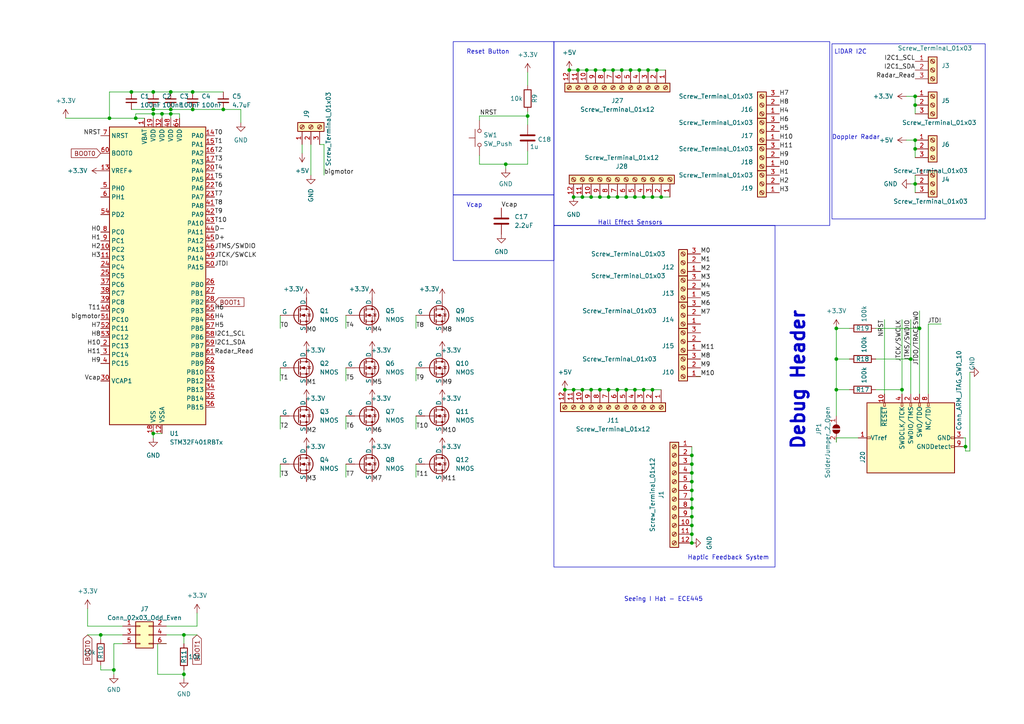
<source format=kicad_sch>
(kicad_sch (version 20230121) (generator eeschema)
  (paper "A4")
  (lib_symbols
    (symbol "Connector:Conn_ARM_JTAG_SWD_10" (pin_names (offset 1.016))
      (property "Reference" "J" (at -2.54 16.51 0))
      (property "Value" "Conn_ARM_JTAG_SWD_10" (at -2.54 13.97 0))
      (symbol "Conn_ARM_JTAG_SWD_10_1_1"
        (pin power_in line (at 0 15.24 270) (length 2.54) (name "VTref") (number "1"))
        (pin open_collector line (at 12.7 7.62 180) (length 2.54) (name "~{RESET}") (number "10"))
        (pin bidirectional line (at 12.7 0 180) (length 2.54) (name "SWDIO/TMS") (number "2"))
        (pin power_in line (at 0 -15.24 90) (length 2.54) (name "GND") (number "3"))
        (pin output line (at 12.7 2.54 180) (length 2.54) (name "SWDCLK/TCK") (number "4"))
        (pin passive line (at 0 -15.24 90) (length 2.54) hide (name "GND") (number "5"))
        (pin input line (at 12.7 -2.54 180) (length 2.54) (name "SWO/TDO") (number "6"))
        (pin no_connect line (at -10.16 0 0) (length 2.54) hide (name "KEY") (number "7"))
        (pin output line (at 12.7 -5.08 180) (length 2.54) (name "NC/TDI") (number "8"))
        (pin passive line (at -2.54 -15.24 90) (length 2.54) (name "GNDDetect") (number "9"))
      )
    )
    (symbol "Connector:Screw_Terminal_01x03" (pin_names (offset 1.016) hide)
      (property "Reference" "J" (at 0 5.08 0))
      (property "Value" "Screw_Terminal_01x03" (at 0 -5.08 0))
      (symbol "Screw_Terminal_01x03_1_1"
        (pin passive line (at -5.08 2.54 0) (length 3.81) (name "Pin_1") (number "1"))
        (pin passive line (at -5.08 0 0) (length 3.81) (name "Pin_2") (number "2"))
        (pin passive line (at -5.08 -2.54 0) (length 3.81) (name "Pin_3") (number "3"))
      )
    )
    (symbol "Connector:Screw_Terminal_01x12" (pin_names (offset 1.016) hide)
      (property "Reference" "J" (at 0 15.24 0))
      (property "Value" "Screw_Terminal_01x12" (at 0 -17.78 0))
      (symbol "Screw_Terminal_01x12_1_1"
        (pin passive line (at -5.08 12.7 0) (length 3.81) (name "Pin_1") (number "1"))
        (pin passive line (at -5.08 -10.16 0) (length 3.81) (name "Pin_10") (number "10"))
        (pin passive line (at -5.08 -12.7 0) (length 3.81) (name "Pin_11") (number "11"))
        (pin passive line (at -5.08 -15.24 0) (length 3.81) (name "Pin_12") (number "12"))
        (pin passive line (at -5.08 10.16 0) (length 3.81) (name "Pin_2") (number "2"))
        (pin passive line (at -5.08 7.62 0) (length 3.81) (name "Pin_3") (number "3"))
        (pin passive line (at -5.08 5.08 0) (length 3.81) (name "Pin_4") (number "4"))
        (pin passive line (at -5.08 2.54 0) (length 3.81) (name "Pin_5") (number "5"))
        (pin passive line (at -5.08 0 0) (length 3.81) (name "Pin_6") (number "6"))
        (pin passive line (at -5.08 -2.54 0) (length 3.81) (name "Pin_7") (number "7"))
        (pin passive line (at -5.08 -5.08 0) (length 3.81) (name "Pin_8") (number "8"))
        (pin passive line (at -5.08 -7.62 0) (length 3.81) (name "Pin_9") (number "9"))
      )
    )
    (symbol "Connector_Generic:Conn_02x03_Odd_Even" (pin_names (offset 1.016) hide)
      (property "Reference" "J" (at 1.27 5.08 0))
      (property "Value" "Conn_02x03_Odd_Even" (at 1.27 -5.08 0))
      (symbol "Conn_02x03_Odd_Even_1_1"
        (pin passive line (at -5.08 2.54 0) (length 3.81) (name "Pin_1") (number "1"))
        (pin passive line (at 7.62 2.54 180) (length 3.81) (name "Pin_2") (number "2"))
        (pin passive line (at -5.08 0 0) (length 3.81) (name "Pin_3") (number "3"))
        (pin passive line (at 7.62 0 180) (length 3.81) (name "Pin_4") (number "4"))
        (pin passive line (at -5.08 -2.54 0) (length 3.81) (name "Pin_5") (number "5"))
        (pin passive line (at 7.62 -2.54 180) (length 3.81) (name "Pin_6") (number "6"))
      )
    )
    (symbol "Device:C" (pin_numbers hide) (pin_names (offset 0.254))
      (property "Reference" "C" (at 0.635 2.54 0))
      (property "Value" "C" (at 0.635 -2.54 0))
      (symbol "C_1_1"
        (pin passive line (at 0 3.81 270) (length 2.794) (name "~") (number "1"))
        (pin passive line (at 0 -3.81 90) (length 2.794) (name "~") (number "2"))
      )
    )
    (symbol "Device:C_Small" (pin_numbers hide) (pin_names (offset 0.254) hide)
      (property "Reference" "C" (at 0.254 1.778 0))
      (property "Value" "C_Small" (at 0.254 -2.032 0))
      (symbol "C_Small_1_1"
        (pin passive line (at 0 2.54 270) (length 2.032) (name "~") (number "1"))
        (pin passive line (at 0 -2.54 90) (length 2.032) (name "~") (number "2"))
      )
    )
    (symbol "Jumper:SolderJumper_2_Open" (pin_names (offset 0) hide)
      (property "Reference" "JP" (at 0 2.032 0))
      (property "Value" "SolderJumper_2_Open" (at 0 -2.54 0))
      (symbol "SolderJumper_2_Open_1_1"
        (pin passive line (at -3.81 0 0) (length 2.54) (name "A") (number "1"))
        (pin passive line (at 3.81 0 180) (length 2.54) (name "B") (number "2"))
      )
    )
    (symbol "MCU_ST_STM32F4:STM32F401RBTx"
      (property "Reference" "U" (at -12.7 44.45 0))
      (property "Value" "STM32F401RBTx" (at 10.16 44.45 0))
      (symbol "STM32F401RBTx_1_1"
        (pin power_in line (at -2.54 45.72 270) (length 2.54) (name "VBAT") (number "1"))
        (pin bidirectional line (at -15.24 7.62 0) (length 2.54) (name "PC2") (number "10"))
        (pin bidirectional line (at -15.24 5.08 0) (length 2.54) (name "PC3") (number "11"))
        (pin power_in line (at 2.54 -45.72 90) (length 2.54) (name "VSSA") (number "12"))
        (pin input line (at -15.24 30.48 0) (length 2.54) (name "VREF+") (number "13"))
        (pin bidirectional line (at 17.78 40.64 180) (length 2.54) (name "PA0") (number "14"))
        (pin bidirectional line (at 17.78 38.1 180) (length 2.54) (name "PA1") (number "15"))
        (pin bidirectional line (at 17.78 35.56 180) (length 2.54) (name "PA2") (number "16"))
        (pin bidirectional line (at 17.78 33.02 180) (length 2.54) (name "PA3") (number "17"))
        (pin power_in line (at 0 -45.72 90) (length 2.54) (name "VSS") (number "18"))
        (pin power_in line (at 0 45.72 270) (length 2.54) (name "VDD") (number "19"))
        (pin bidirectional line (at -15.24 -20.32 0) (length 2.54) (name "PC13") (number "2"))
        (pin bidirectional line (at 17.78 30.48 180) (length 2.54) (name "PA4") (number "20"))
        (pin bidirectional line (at 17.78 27.94 180) (length 2.54) (name "PA5") (number "21"))
        (pin bidirectional line (at 17.78 25.4 180) (length 2.54) (name "PA6") (number "22"))
        (pin bidirectional line (at 17.78 22.86 180) (length 2.54) (name "PA7") (number "23"))
        (pin bidirectional line (at -15.24 2.54 0) (length 2.54) (name "PC4") (number "24"))
        (pin bidirectional line (at -15.24 0 0) (length 2.54) (name "PC5") (number "25"))
        (pin bidirectional line (at 17.78 -2.54 180) (length 2.54) (name "PB0") (number "26"))
        (pin bidirectional line (at 17.78 -5.08 180) (length 2.54) (name "PB1") (number "27"))
        (pin bidirectional line (at 17.78 -7.62 180) (length 2.54) (name "PB2") (number "28"))
        (pin bidirectional line (at 17.78 -27.94 180) (length 2.54) (name "PB10") (number "29"))
        (pin bidirectional line (at -15.24 -22.86 0) (length 2.54) (name "PC14") (number "3"))
        (pin power_out line (at -15.24 -30.48 0) (length 2.54) (name "VCAP1") (number "30"))
        (pin passive line (at 0 -45.72 90) (length 2.54) hide (name "VSS") (number "31"))
        (pin power_in line (at 2.54 45.72 270) (length 2.54) (name "VDD") (number "32"))
        (pin bidirectional line (at 17.78 -30.48 180) (length 2.54) (name "PB12") (number "33"))
        (pin bidirectional line (at 17.78 -33.02 180) (length 2.54) (name "PB13") (number "34"))
        (pin bidirectional line (at 17.78 -35.56 180) (length 2.54) (name "PB14") (number "35"))
        (pin bidirectional line (at 17.78 -38.1 180) (length 2.54) (name "PB15") (number "36"))
        (pin bidirectional line (at -15.24 -2.54 0) (length 2.54) (name "PC6") (number "37"))
        (pin bidirectional line (at -15.24 -5.08 0) (length 2.54) (name "PC7") (number "38"))
        (pin bidirectional line (at -15.24 -7.62 0) (length 2.54) (name "PC8") (number "39"))
        (pin bidirectional line (at -15.24 -25.4 0) (length 2.54) (name "PC15") (number "4"))
        (pin bidirectional line (at -15.24 -10.16 0) (length 2.54) (name "PC9") (number "40"))
        (pin bidirectional line (at 17.78 20.32 180) (length 2.54) (name "PA8") (number "41"))
        (pin bidirectional line (at 17.78 17.78 180) (length 2.54) (name "PA9") (number "42"))
        (pin bidirectional line (at 17.78 15.24 180) (length 2.54) (name "PA10") (number "43"))
        (pin bidirectional line (at 17.78 12.7 180) (length 2.54) (name "PA11") (number "44"))
        (pin bidirectional line (at 17.78 10.16 180) (length 2.54) (name "PA12") (number "45"))
        (pin bidirectional line (at 17.78 7.62 180) (length 2.54) (name "PA13") (number "46"))
        (pin passive line (at 0 -45.72 90) (length 2.54) hide (name "VSS") (number "47"))
        (pin power_in line (at 5.08 45.72 270) (length 2.54) (name "VDD") (number "48"))
        (pin bidirectional line (at 17.78 5.08 180) (length 2.54) (name "PA14") (number "49"))
        (pin bidirectional line (at -15.24 25.4 0) (length 2.54) (name "PH0") (number "5"))
        (pin bidirectional line (at 17.78 2.54 180) (length 2.54) (name "PA15") (number "50"))
        (pin bidirectional line (at -15.24 -12.7 0) (length 2.54) (name "PC10") (number "51"))
        (pin bidirectional line (at -15.24 -15.24 0) (length 2.54) (name "PC11") (number "52"))
        (pin bidirectional line (at -15.24 -17.78 0) (length 2.54) (name "PC12") (number "53"))
        (pin bidirectional line (at -15.24 17.78 0) (length 2.54) (name "PD2") (number "54"))
        (pin bidirectional line (at 17.78 -10.16 180) (length 2.54) (name "PB3") (number "55"))
        (pin bidirectional line (at 17.78 -12.7 180) (length 2.54) (name "PB4") (number "56"))
        (pin bidirectional line (at 17.78 -15.24 180) (length 2.54) (name "PB5") (number "57"))
        (pin bidirectional line (at 17.78 -17.78 180) (length 2.54) (name "PB6") (number "58"))
        (pin bidirectional line (at 17.78 -20.32 180) (length 2.54) (name "PB7") (number "59"))
        (pin bidirectional line (at -15.24 22.86 0) (length 2.54) (name "PH1") (number "6"))
        (pin input line (at -15.24 35.56 0) (length 2.54) (name "BOOT0") (number "60"))
        (pin bidirectional line (at 17.78 -22.86 180) (length 2.54) (name "PB8") (number "61"))
        (pin bidirectional line (at 17.78 -25.4 180) (length 2.54) (name "PB9") (number "62"))
        (pin passive line (at 0 -45.72 90) (length 2.54) hide (name "VSS") (number "63"))
        (pin power_in line (at 7.62 45.72 270) (length 2.54) (name "VDD") (number "64"))
        (pin input line (at -15.24 40.64 0) (length 2.54) (name "NRST") (number "7"))
        (pin bidirectional line (at -15.24 12.7 0) (length 2.54) (name "PC0") (number "8"))
        (pin bidirectional line (at -15.24 10.16 0) (length 2.54) (name "PC1") (number "9"))
      )
    )
    (symbol "Simulation_SPICE:NMOS" (pin_numbers hide) (pin_names (offset 0))
      (property "Reference" "Q" (at 5.08 1.27 0))
      (property "Value" "NMOS" (at 5.08 -1.27 0))
      (symbol "NMOS_1_1"
        (pin passive line (at 2.54 5.08 270) (length 2.54) (name "D") (number "1"))
        (pin input line (at -5.08 0 0) (length 2.54) (name "G") (number "2"))
        (pin passive line (at 2.54 -5.08 90) (length 2.54) (name "S") (number "3"))
      )
    )
    (symbol "Switch:SW_Push" (pin_numbers hide) (pin_names (offset 1.016) hide)
      (property "Reference" "SW" (at 1.27 2.54 0))
      (property "Value" "SW_Push" (at 0 -1.524 0))
      (symbol "SW_Push_0_1"
        (pin passive line (at -5.08 0 0) (length 2.54) (name "1") (number "1"))
        (pin passive line (at 5.08 0 180) (length 2.54) (name "2") (number "2"))
      )
    )
    (symbol "basic:C" (pin_numbers hide) (pin_names (offset 0.254))
      (property "Reference" "C" (at 0.635 2.54 0))
      (symbol "C_1_1"
        (pin passive line (at 0 3.81 270) (length 2.794) (name "~") (number "1"))
        (pin passive line (at 0 -3.81 90) (length 2.794) (name "~") (number "2"))
      )
    )
    (symbol "basic:R" (pin_numbers hide) (pin_names (offset 0))
      (property "Value" "R" (at 0 0 90))
      (symbol "R_1_1"
        (pin passive line (at 0 3.81 270) (length 1.27) (name "~") (number "1"))
        (pin passive line (at 0 -3.81 90) (length 1.27) (name "~") (number "2"))
      )
    )
    (symbol "power:+3.3V" (power) (pin_names (offset 0))
      (property "Value" "+3.3V" (at 0 3.556 0))
      (symbol "+3.3V_1_1"
        (pin power_in line (at 0 0 90) (length 0) hide (name "+3.3V") (number "1"))
      )
    )
    (symbol "power:+5V" (power) (pin_names (offset 0))
      (property "Value" "+5V" (at 0 3.556 0))
      (symbol "+5V_1_1"
        (pin power_in line (at 0 0 90) (length 0) hide (name "+5V") (number "1"))
      )
    )
    (symbol "power:GND" (power) (pin_names (offset 0))
      (property "Value" "GND" (at 0 -3.81 0))
      (symbol "GND_1_1"
        (pin power_in line (at 0 0 270) (length 0) hide (name "GND") (number "1"))
      )
    )
  )
  (junction (at 280.035 129.54))
  (junction (at 173.99 57.15))
  (junction (at 53.34 184.15))
  (junction (at 200.66 157.48))
  (junction (at 166.37 57.15))
  (junction (at 173.99 113.03))
  (junction (at 44.45 125.73))
  (junction (at 49.53 33.02))
  (junction (at 189.23 57.15))
  (junction (at 266.7 95.25))
  (junction (at 44.45 33.02))
  (junction (at 264.16 104.14))
  (junction (at 184.15 57.15))
  (junction (at 179.07 57.15))
  (junction (at 200.66 139.7))
  (junction (at 167.64 20.32))
  (junction (at 184.15 113.03))
  (junction (at 176.53 113.03))
  (junction (at 153.035 33.655))
  (junction (at 261.62 113.03))
  (junction (at 55.88 26.67))
  (junction (at 265.43 40.64))
  (junction (at 242.57 113.03))
  (junction (at 186.69 57.15))
  (junction (at 29.21 184.15))
  (junction (at 190.5 20.32))
  (junction (at 187.96 20.32))
  (junction (at 181.61 57.15))
  (junction (at 189.23 113.03))
  (junction (at 166.37 113.03))
  (junction (at 200.66 149.86))
  (junction (at 146.685 47.625))
  (junction (at 177.8 20.32))
  (junction (at 265.43 27.94))
  (junction (at 176.53 57.15))
  (junction (at 49.53 31.75))
  (junction (at 200.66 147.32))
  (junction (at 191.77 57.15))
  (junction (at 180.34 20.32))
  (junction (at 200.66 134.62))
  (junction (at 242.57 95.25))
  (junction (at 44.45 31.75))
  (junction (at 39.37 34.29))
  (junction (at 200.66 132.08))
  (junction (at 38.1 26.67))
  (junction (at 44.45 26.67))
  (junction (at 53.34 195.58))
  (junction (at 33.02 194.31))
  (junction (at 172.72 20.32))
  (junction (at 200.66 144.78))
  (junction (at 200.66 152.4))
  (junction (at 168.91 113.03))
  (junction (at 49.53 26.67))
  (junction (at 242.57 104.14))
  (junction (at 200.66 137.16))
  (junction (at 165.1 20.32))
  (junction (at 200.66 142.24))
  (junction (at 168.91 57.15))
  (junction (at 182.88 20.32))
  (junction (at 64.77 31.75))
  (junction (at 31.75 34.29))
  (junction (at 181.61 113.03))
  (junction (at 265.43 43.18))
  (junction (at 55.88 31.75))
  (junction (at 46.99 33.02))
  (junction (at 171.45 57.15))
  (junction (at 265.43 53.34))
  (junction (at 186.69 113.03))
  (junction (at 170.18 20.32))
  (junction (at 200.66 154.94))
  (junction (at 171.45 113.03))
  (junction (at 175.26 20.32))
  (junction (at 179.07 113.03))
  (junction (at 163.83 113.03))
  (junction (at 265.43 30.48))
  (junction (at 185.42 20.32))
  (wire (pts (xy 69.85 35.56) (xy 69.85 31.75)))
  (wire (pts (xy 39.37 33.02) (xy 39.37 34.29)))
  (wire (pts (xy 100.33 120.65) (xy 100.33 124.46)))
  (wire (pts (xy 262.89 27.94) (xy 265.43 27.94)))
  (wire (pts (xy 166.37 113.03) (xy 168.91 113.03)))
  (wire (pts (xy 29.21 193.04) (xy 29.21 194.31)))
  (wire (pts (xy 139.065 34.925) (xy 139.065 33.655)))
  (wire (pts (xy 266.7 95.25) (xy 266.7 90.17)))
  (wire (pts (xy 45.72 195.58) (xy 53.34 195.58)))
  (wire (pts (xy 171.45 113.03) (xy 173.99 113.03)))
  (wire (pts (xy 179.07 57.15) (xy 181.61 57.15)))
  (wire (pts (xy 146.685 47.625) (xy 146.685 48.895)))
  (wire (pts (xy 153.035 47.625) (xy 146.685 47.625)))
  (wire (pts (xy 90.17 50.8) (xy 90.17 41.91)))
  (wire (pts (xy 29.21 194.31) (xy 33.02 194.31)))
  (wire (pts (xy 186.69 57.15) (xy 189.23 57.15)))
  (wire (pts (xy 52.07 34.29) (xy 52.07 33.02)))
  (wire (pts (xy 153.035 33.655) (xy 153.035 36.195)))
  (wire (pts (xy 262.89 40.64) (xy 265.43 40.64)))
  (wire (pts (xy 242.57 95.25) (xy 246.38 95.25)))
  (wire (pts (xy 139.065 45.085) (xy 139.065 47.625)))
  (wire (pts (xy 242.57 127) (xy 242.57 128.27)))
  (wire (pts (xy 81.28 91.44) (xy 81.28 95.25)))
  (wire (pts (xy 55.88 31.75) (xy 64.77 31.75)))
  (wire (pts (xy 265.43 30.48) (xy 265.43 33.02)))
  (wire (pts (xy 49.53 26.67) (xy 55.88 26.67)))
  (wire (pts (xy 25.4 184.15) (xy 29.21 184.15)))
  (wire (pts (xy 49.53 31.75) (xy 55.88 31.75)))
  (wire (pts (xy 168.91 113.03) (xy 171.45 113.03)))
  (wire (pts (xy 46.99 33.02) (xy 44.45 33.02)))
  (wire (pts (xy 153.035 43.815) (xy 153.035 47.625)))
  (wire (pts (xy 120.65 134.62) (xy 120.65 138.43)))
  (wire (pts (xy 53.34 195.58) (xy 53.34 196.85)))
  (wire (pts (xy 44.45 34.29) (xy 44.45 33.02)))
  (wire (pts (xy 265.43 50.8) (xy 265.43 53.34)))
  (wire (pts (xy 38.1 26.67) (xy 44.45 26.67)))
  (wire (pts (xy 182.88 20.32) (xy 185.42 20.32)))
  (wire (pts (xy 280.035 130.81) (xy 281.305 130.81)))
  (wire (pts (xy 264.16 114.3) (xy 264.16 104.14)))
  (wire (pts (xy 185.42 20.32) (xy 187.96 20.32)))
  (wire (pts (xy 173.99 57.15) (xy 176.53 57.15)))
  (wire (pts (xy 279.4 129.54) (xy 280.035 129.54)))
  (wire (pts (xy 281.305 130.81) (xy 281.305 107.95)))
  (wire (pts (xy 48.26 186.69) (xy 45.72 186.69)))
  (wire (pts (xy 186.69 113.03) (xy 189.23 113.03)))
  (wire (pts (xy 100.33 134.62) (xy 100.33 138.43)))
  (wire (pts (xy 33.02 186.69) (xy 35.56 186.69)))
  (wire (pts (xy 265.43 27.94) (xy 265.43 30.48)))
  (wire (pts (xy 46.99 34.29) (xy 46.99 33.02)))
  (wire (pts (xy 48.26 184.15) (xy 53.34 184.15)))
  (wire (pts (xy 200.66 144.78) (xy 200.66 142.24)))
  (wire (pts (xy 53.34 184.15) (xy 57.15 184.15)))
  (wire (pts (xy 139.065 47.625) (xy 146.685 47.625)))
  (wire (pts (xy 93.98 50.8) (xy 93.98 41.91)))
  (wire (pts (xy 31.75 34.29) (xy 39.37 34.29)))
  (wire (pts (xy 33.02 186.69) (xy 33.02 194.31)))
  (wire (pts (xy 242.57 127) (xy 248.92 127)))
  (wire (pts (xy 242.57 113.03) (xy 242.57 120.65)))
  (wire (pts (xy 44.45 31.75) (xy 49.53 31.75)))
  (wire (pts (xy 254 113.03) (xy 261.62 113.03)))
  (wire (pts (xy 29.21 184.15) (xy 29.21 185.42)))
  (wire (pts (xy 264.16 53.34) (xy 265.43 53.34)))
  (wire (pts (xy 166.37 57.15) (xy 168.91 57.15)))
  (wire (pts (xy 189.23 113.03) (xy 191.77 113.03)))
  (wire (pts (xy 265.43 53.34) (xy 265.43 55.88)))
  (wire (pts (xy 93.98 41.91) (xy 92.71 41.91)))
  (wire (pts (xy 200.66 137.16) (xy 200.66 134.62)))
  (wire (pts (xy 254 95.25) (xy 266.7 95.25)))
  (wire (pts (xy 256.54 114.3) (xy 256.54 92.71)))
  (wire (pts (xy 280.035 129.54) (xy 280.035 130.81)))
  (wire (pts (xy 153.035 32.385) (xy 153.035 33.655)))
  (wire (pts (xy 120.65 120.65) (xy 120.65 124.46)))
  (wire (pts (xy 200.66 134.62) (xy 200.66 132.08)))
  (wire (pts (xy 39.37 34.29) (xy 41.91 34.29)))
  (wire (pts (xy 177.8 20.32) (xy 180.34 20.32)))
  (wire (pts (xy 81.28 106.68) (xy 81.28 110.49)))
  (wire (pts (xy 31.75 26.67) (xy 38.1 26.67)))
  (wire (pts (xy 264.16 104.14) (xy 264.16 92.71)))
  (wire (pts (xy 200.66 152.4) (xy 200.66 149.86)))
  (wire (pts (xy 35.56 184.15) (xy 29.21 184.15)))
  (wire (pts (xy 266.7 114.3) (xy 266.7 95.25)))
  (wire (pts (xy 184.15 57.15) (xy 186.69 57.15)))
  (wire (pts (xy 200.66 142.24) (xy 200.66 139.7)))
  (wire (pts (xy 279.4 127) (xy 280.035 127)))
  (wire (pts (xy 87.63 41.91) (xy 87.63 44.45)))
  (wire (pts (xy 184.15 113.03) (xy 186.69 113.03)))
  (wire (pts (xy 200.66 132.08) (xy 200.66 129.54)))
  (wire (pts (xy 242.57 113.03) (xy 242.57 104.14)))
  (wire (pts (xy 25.4 176.53) (xy 25.4 181.61)))
  (wire (pts (xy 181.61 57.15) (xy 184.15 57.15)))
  (wire (pts (xy 81.28 120.65) (xy 81.28 124.46)))
  (wire (pts (xy 31.75 26.67) (xy 31.75 34.29)))
  (wire (pts (xy 38.1 31.75) (xy 44.45 31.75)))
  (wire (pts (xy 200.66 154.94) (xy 200.66 152.4)))
  (wire (pts (xy 163.83 113.03) (xy 166.37 113.03)))
  (wire (pts (xy 187.96 20.32) (xy 190.5 20.32)))
  (wire (pts (xy 261.62 113.03) (xy 261.62 92.71)))
  (wire (pts (xy 190.5 20.32) (xy 193.04 20.32)))
  (wire (pts (xy 153.035 20.955) (xy 153.035 24.765)))
  (wire (pts (xy 273.05 93.98) (xy 269.24 93.98)))
  (wire (pts (xy 25.4 181.61) (xy 35.56 181.61)))
  (wire (pts (xy 165.1 20.32) (xy 167.64 20.32)))
  (wire (pts (xy 69.85 31.75) (xy 64.77 31.75)))
  (wire (pts (xy 175.26 20.32) (xy 177.8 20.32)))
  (wire (pts (xy 53.34 194.31) (xy 53.34 195.58)))
  (wire (pts (xy 49.53 34.29) (xy 49.53 33.02)))
  (wire (pts (xy 242.57 113.03) (xy 246.38 113.03)))
  (wire (pts (xy 189.23 57.15) (xy 191.77 57.15)))
  (wire (pts (xy 120.65 106.68) (xy 120.65 110.49)))
  (wire (pts (xy 191.77 57.15) (xy 194.31 57.15)))
  (wire (pts (xy 167.64 20.32) (xy 170.18 20.32)))
  (wire (pts (xy 81.28 134.62) (xy 81.28 138.43)))
  (wire (pts (xy 44.45 125.73) (xy 46.99 125.73)))
  (wire (pts (xy 242.57 104.14) (xy 246.38 104.14)))
  (wire (pts (xy 44.45 26.67) (xy 49.53 26.67)))
  (wire (pts (xy 172.72 20.32) (xy 175.26 20.32)))
  (wire (pts (xy 44.45 33.02) (xy 39.37 33.02)))
  (wire (pts (xy 201.93 109.22) (xy 203.2 109.22)))
  (wire (pts (xy 261.62 114.3) (xy 261.62 113.03)))
  (wire (pts (xy 180.34 20.32) (xy 182.88 20.32)))
  (wire (pts (xy 57.15 177.8) (xy 57.15 181.61)))
  (wire (pts (xy 44.45 125.73) (xy 44.45 127)))
  (wire (pts (xy 200.66 157.48) (xy 200.66 154.94)))
  (wire (pts (xy 265.43 43.18) (xy 265.43 40.64)))
  (wire (pts (xy 100.33 91.44) (xy 100.33 95.25)))
  (wire (pts (xy 176.53 113.03) (xy 179.07 113.03)))
  (wire (pts (xy 176.53 57.15) (xy 179.07 57.15)))
  (wire (pts (xy 242.57 104.14) (xy 242.57 95.25)))
  (wire (pts (xy 181.61 113.03) (xy 184.15 113.03)))
  (wire (pts (xy 52.07 33.02) (xy 49.53 33.02)))
  (wire (pts (xy 46.99 33.02) (xy 49.53 33.02)))
  (wire (pts (xy 139.065 33.655) (xy 153.035 33.655)))
  (wire (pts (xy 200.66 147.32) (xy 200.66 144.78)))
  (wire (pts (xy 48.26 181.61) (xy 57.15 181.61)))
  (wire (pts (xy 170.18 20.32) (xy 172.72 20.32)))
  (wire (pts (xy 53.34 184.15) (xy 53.34 186.69)))
  (wire (pts (xy 120.65 91.44) (xy 120.65 95.25)))
  (wire (pts (xy 171.45 57.15) (xy 173.99 57.15)))
  (wire (pts (xy 173.99 113.03) (xy 176.53 113.03)))
  (wire (pts (xy 33.02 194.31) (xy 33.02 195.58)))
  (wire (pts (xy 265.43 43.18) (xy 265.43 45.72)))
  (wire (pts (xy 280.035 127) (xy 280.035 129.54)))
  (wire (pts (xy 179.07 113.03) (xy 181.61 113.03)))
  (wire (pts (xy 100.33 106.68) (xy 100.33 110.49)))
  (wire (pts (xy 55.88 26.67) (xy 64.77 26.67)))
  (wire (pts (xy 269.24 93.98) (xy 269.24 114.3)))
  (wire (pts (xy 200.66 139.7) (xy 200.66 137.16)))
  (wire (pts (xy 45.72 186.69) (xy 45.72 195.58)))
  (wire (pts (xy 168.91 57.15) (xy 171.45 57.15)))
  (wire (pts (xy 254 104.14) (xy 264.16 104.14)))
  (wire (pts (xy 200.66 149.86) (xy 200.66 147.32)))
  (wire (pts (xy 19.05 34.29) (xy 31.75 34.29)))
  (rectangle (start 160.655 12.065) (end 240.665 65.405))
  (rectangle (start 241.3 12.7) (end 285.75 63.5))
  (rectangle (start 131.445 12.065) (end 160.655 56.515))
  (rectangle (start 131.445 56.515) (end 160.655 75.565))
  (rectangle (start 160.655 65.405) (end 224.79 164.465))
  (text "Seeing I Hat - ECE445\n" (at 180.975 174.625 0) (effects (font (size 1.27 1.27)) (justify left bottom)))
  (text "Debug Header" (at 233.68 130.81 90) (effects (font (size 3.81 3.81) (thickness 0.762) bold) (justify left bottom)))
  (text "Haptic Feedback System" (at 199.39 162.56 0) (effects (font (size 1.27 1.27)) (justify left bottom)))
  (text "Doppler Radar\n" (at 241.3 40.64 0) (effects (font (size 1.27 1.27)) (justify left bottom)))
  (text "Reset Button\n" (at 135.255 15.875 0) (effects (font (size 1.27 1.27)) (justify left bottom)))
  (text "LiDAR I2C" (at 241.935 15.875 0) (effects (font (size 1.27 1.27)) (justify left bottom)))
  (text "Vcap" (at 135.255 60.325 0) (effects (font (size 1.27 1.27)) (justify left bottom)))
  (text "Hall Effect Sensors" (at 173.355 65.405 0) (effects (font (size 1.27 1.27)) (justify left bottom)))
  (label "T6" (at 100.33 124.46 0))
  (label "H1" (at 226.06 50.8 0))
  (label "M11" (at 203.2 101.6 0))
  (label "I2C1_SCL" (at 62.23 97.79 0))
  (label "M6" (at 107.95 125.73 0))
  (label "M1" (at 203.2 76.2 0))
  (label "M0" (at 88.9 96.52 0))
  (label "M5" (at 107.95 111.76 0))
  (label "T0" (at 62.23 39.37 0))
  (label "M4" (at 107.95 96.52 0))
  (label "M4" (at 203.2 83.82 0))
  (label "M6" (at 203.2 88.9 0))
  (label "H1" (at 29.21 69.85 180))
  (label "T5" (at 62.23 52.07 0))
  (label "T2" (at 62.23 44.45 0))
  (label "H6" (at 226.06 35.56 0))
  (label "M2" (at 203.2 78.74 0))
  (label "M1" (at 88.9 111.76 0))
  (label "M10" (at 128.27 125.73 0))
  (label "T9" (at 120.65 110.49 0))
  (label "H2" (at 226.06 53.34 0))
  (label "M5" (at 203.2 86.36 0))
  (label "NRST" (at 144.145 33.655 180))
  (label "H2" (at 29.21 72.39 180))
  (label "M2" (at 88.9 125.73 0))
  (label "I2C1_SDA" (at 62.23 100.33 0))
  (label "H0" (at 226.06 48.26 0))
  (label "M8" (at 203.2 104.14 0))
  (label "I2C1_SDA" (at 265.43 20.32 180))
  (label "T4" (at 62.23 49.53 0))
  (label "M0" (at 203.2 73.66 0))
  (label "T8" (at 62.23 59.69 0))
  (label "NRST" (at 256.54 92.71 270))
  (label "T11" (at 120.65 138.43 0))
  (label "M8" (at 128.27 96.52 0))
  (label "T0" (at 81.28 95.25 0))
  (label "H9" (at 29.21 105.41 180))
  (label "H10" (at 29.21 100.33 180))
  (label "D+" (at 62.23 69.85 0))
  (label "JTMS{slash}SWDIO" (at 264.16 92.71 270))
  (label "H9" (at 226.06 45.72 0))
  (label "M9" (at 203.2 106.68 0))
  (label "JTMS{slash}SWDIO" (at 62.23 72.39 0))
  (label "M7" (at 203.2 91.44 0))
  (label "H5" (at 226.06 38.1 0))
  (label "H11" (at 226.06 43.18 0))
  (label "T8" (at 120.65 95.25 0))
  (label "JTDI" (at 273.05 93.98 180))
  (label "T11" (at 29.21 90.17 180))
  (label "T10" (at 62.23 64.77 0))
  (label "H3" (at 226.06 55.88 0))
  (label "bigmotor" (at 29.21 92.71 180))
  (label "H7" (at 226.06 27.94 0))
  (label "Radar_Read" (at 62.23 102.87 0))
  (label "H8" (at 29.21 97.79 180))
  (label "T6" (at 62.23 54.61 0))
  (label "T10" (at 120.65 124.46 0))
  (label "Vcap" (at 145.415 60.325 0))
  (label "T3" (at 81.28 138.43 0))
  (label "H7" (at 29.21 95.25 180))
  (label "H5" (at 62.23 95.25 0))
  (label "JTCK{slash}SWCLK" (at 62.23 74.93 0))
  (label "T7" (at 62.23 57.15 0))
  (label "H8" (at 226.06 30.48 0))
  (label "I2C1_SCL" (at 265.43 17.78 180))
  (label "T7" (at 100.33 138.43 0))
  (label "D-" (at 62.23 67.31 0))
  (label "H4" (at 226.06 33.02 0))
  (label "Radar_Read" (at 265.43 22.86 180))
  (label "H3" (at 29.21 74.93 180))
  (label "T1" (at 62.23 41.91 0))
  (label "H11" (at 29.21 102.87 180))
  (label "M11" (at 128.27 139.7 0))
  (label "T1" (at 81.28 110.49 0))
  (label "T4" (at 100.33 95.25 0))
  (label "M9" (at 128.27 111.76 0))
  (label "M3" (at 203.2 81.28 0))
  (label "JTDI" (at 62.23 77.47 0))
  (label "T2" (at 81.28 124.46 0))
  (label "H6" (at 62.23 90.17 0))
  (label "M3" (at 88.9 139.7 0))
  (label "H0" (at 29.21 67.31 180))
  (label "bigmotor" (at 93.98 50.8 0))
  (label "Vcap" (at 29.21 110.49 180))
  (label "T3" (at 62.23 46.99 0))
  (label "M10" (at 203.2 109.22 0))
  (label "NRST" (at 29.21 39.37 180))
  (label "JTDO{slash}TRACESWO" (at 266.7 90.17 270))
  (label "H10" (at 226.06 40.64 0))
  (label "M7" (at 107.95 139.7 0))
  (label "T5" (at 100.33 110.49 0))
  (label "T9" (at 62.23 62.23 0))
  (label "H4" (at 62.23 92.71 0))
  (label "JTCK{slash}SWCLK" (at 261.62 92.71 270))
  (global_label "BOOT0" (shape input) (at 25.4 184.15 270) (property "Intersheetrefs" "${INTERSHEET_REFS}" (effects hide)))
  (global_label "BOOT1" (shape input) (at 62.23 87.63 0) (property "Intersheetrefs" "${INTERSHEET_REFS}" (effects hide)))
  (global_label "BOOT1" (shape input) (at 57.15 184.15 270) (property "Intersheetrefs" "${INTERSHEET_REFS}" (effects hide)))
  (global_label "BOOT0" (shape input) (at 29.21 44.45 180) (property "Intersheetrefs" "${INTERSHEET_REFS}" (effects hide)))
  (symbol (lib_id "basic:R") (at 250.19 104.14 90) (unit 1)
    (property "Reference" "R18" (at 250.19 104.14 90))
    (property "Value" "100k" (at 250.6238 102.362 0) (effects (justify left)))
    (property "Footprint" "Resistor_SMD:R_0805_2012Metric_Pad1.20x1.40mm_HandSolder" (effects hide))
  )
  (symbol (lib_id "power:GND") (at 53.34 196.85 0) (unit 1)
    (property "Reference" "#PWR029" (effects hide))
    (property "Value" "GND" (at 53.34 201.2934 0))
  )
  (symbol (lib_id "Device:C_Small") (at 64.77 29.21 0) (unit 1)
    (property "Reference" "C5" (at 67.31 27.9463 0) (effects (justify left)))
    (property "Value" "4.7uF" (at 67.31 30.4863 0) (effects (justify left)))
    (property "Footprint" "Capacitor_SMD:C_0805_2012Metric_Pad1.18x1.45mm_HandSolder" (effects hide))
  )
  (symbol (lib_id "Connector:Screw_Terminal_01x03") (at 198.12 99.06 180) (unit 1)
    (property "Reference" "J15" (at 195.58 100.33 0) (effects (justify left)))
    (property "Value" "Screw_Terminal_01x03" (effects hide))
    (property "Footprint" "Connector_PinSocket_2.54mm:PinSocket_1x03_P2.54mm_Vertical" (effects hide))
  )
  (symbol (lib_id "power:+3.3V") (at 19.05 34.29 0) (unit 1)
    (property "Reference" "#PWR035" (effects hide))
    (property "Value" "+3.3V" (at 19.05 29.21 0))
  )
  (symbol (lib_id "power:+5V") (at 87.63 44.45 180) (unit 1)
    (property "Reference" "#PWR038" (effects hide))
    (property "Value" "+5V" (at 87.63 49.53 0))
  )
  (symbol (lib_id "Simulation_SPICE:NMOS") (at 125.73 120.65 0) (unit 1)
    (property "Reference" "Q11" (at 132.08 119.38 0) (effects (justify left)))
    (property "Value" "NMOS" (at 132.08 121.92 0) (effects (justify left)))
    (property "Footprint" "Package_TO_SOT_SMD:SOT-23-3" (effects hide))
    (property "Datasheet" "https://ngspice.sourceforge.io/docs/ngspice-manual.pdf" (effects hide))
    (property "Sim.Device" "NMOS" (effects hide))
    (property "Sim.Type" "VDMOS" (effects hide))
    (property "Sim.Pins" "1=D 2=G 3=S" (effects hide))
  )
  (symbol (lib_id "power:+3.3V") (at 107.95 101.6 0) (unit 1)
    (property "Reference" "#PWR044" (effects hide))
    (property "Value" "+3.3V" (at 110.49 101.6 0))
  )
  (symbol (lib_id "Simulation_SPICE:NMOS") (at 105.41 91.44 0) (unit 1)
    (property "Reference" "Q5" (at 111.76 90.17 0) (effects (justify left)))
    (property "Value" "NMOS" (at 111.76 92.71 0) (effects (justify left)))
    (property "Footprint" "Package_TO_SOT_SMD:SOT-23-3" (effects hide))
    (property "Datasheet" "https://ngspice.sourceforge.io/docs/ngspice-manual.pdf" (effects hide))
    (property "Sim.Device" "NMOS" (effects hide))
    (property "Sim.Type" "VDMOS" (effects hide))
    (property "Sim.Pins" "1=D 2=G 3=S" (effects hide))
  )
  (symbol (lib_id "Simulation_SPICE:NMOS") (at 86.36 106.68 0) (unit 1)
    (property "Reference" "Q2" (at 92.71 105.41 0) (effects (justify left)))
    (property "Value" "NMOS" (at 92.71 107.95 0) (effects (justify left)))
    (property "Footprint" "Package_TO_SOT_SMD:SOT-23-3" (effects hide))
    (property "Datasheet" "https://ngspice.sourceforge.io/docs/ngspice-manual.pdf" (effects hide))
    (property "Sim.Device" "NMOS" (effects hide))
    (property "Sim.Type" "VDMOS" (effects hide))
    (property "Sim.Pins" "1=D 2=G 3=S" (effects hide))
  )
  (symbol (lib_id "Connector:Screw_Terminal_01x12") (at 179.07 118.11 270) (unit 1)
    (property "Reference" "J11" (at 177.8 121.92 90))
    (property "Value" "Screw_Terminal_01x12" (at 177.8 124.46 90))
    (property "Footprint" "Connector_PinSocket_2.54mm:PinSocket_1x12_P2.54mm_Vertical" (effects hide))
  )
  (symbol (lib_id "power:GND") (at 166.37 57.15 0) (mirror y) (unit 1)
    (property "Reference" "#PWR076" (effects hide))
    (property "Value" "GND" (at 166.37 62.23 0))
  )
  (symbol (lib_id "Simulation_SPICE:NMOS") (at 105.41 106.68 0) (unit 1)
    (property "Reference" "Q6" (at 111.76 105.41 0) (effects (justify left)))
    (property "Value" "NMOS" (at 111.76 107.95 0) (effects (justify left)))
    (property "Footprint" "Package_TO_SOT_SMD:SOT-23-3" (effects hide))
    (property "Datasheet" "https://ngspice.sourceforge.io/docs/ngspice-manual.pdf" (effects hide))
    (property "Sim.Device" "NMOS" (effects hide))
    (property "Sim.Type" "VDMOS" (effects hide))
    (property "Sim.Pins" "1=D 2=G 3=S" (effects hide))
  )
  (symbol (lib_id "power:GND") (at 145.415 67.945 0) (unit 1)
    (property "Reference" "#PWR09" (effects hide))
    (property "Value" "GND" (at 145.415 73.025 0))
  )
  (symbol (lib_id "basic:R") (at 250.19 95.25 90) (unit 1)
    (property "Reference" "R19" (at 250.19 95.25 90))
    (property "Value" "100k" (at 250.6238 93.472 0) (effects (justify left)))
    (property "Footprint" "Resistor_SMD:R_0805_2012Metric_Pad1.20x1.40mm_HandSolder" (effects hide))
  )
  (symbol (lib_id "power:+3.3V") (at 25.4 176.53 0) (unit 1)
    (property "Reference" "#PWR030" (effects hide))
    (property "Value" "+3.3V" (at 25.4 171.45 0))
  )
  (symbol (lib_id "Connector:Screw_Terminal_01x03") (at 220.98 53.34 180) (unit 1)
    (property "Reference" "J19" (at 218.44 54.61 0) (effects (justify left)))
    (property "Value" "Screw_Terminal_01x03" (at 218.44 50.8 0) (effects (justify left)))
    (property "Footprint" "Connector_PinSocket_2.54mm:PinSocket_1x03_P2.54mm_Vertical" (effects hide))
  )
  (symbol (lib_id "basic:C") (at 153.035 40.005 0) (unit 1)
    (property "Reference" "C18" (at 155.956 40.4388 0) (effects (justify left)))
    (property "Value" "1u" (at 153.67 42.545 0) (effects (justify left)))
    (property "Footprint" "Capacitor_SMD:C_0805_2012Metric_Pad1.18x1.45mm_HandSolder" (effects hide))
  )
  (symbol (lib_id "Device:C_Small") (at 55.88 29.21 0) (unit 1)
    (property "Reference" "C4" (at 58.42 27.9463 0) (effects (justify left)))
    (property "Value" "100nF" (at 58.42 30.4863 0) (effects (justify left)))
    (property "Footprint" "Capacitor_SMD:C_0805_2012Metric_Pad1.18x1.45mm_HandSolder" (effects hide))
  )
  (symbol (lib_id "basic:R") (at 53.34 190.5 0) (unit 1)
    (property "Reference" "R11" (at 53.34 190.5 90))
    (property "Value" "10k" (at 54.61 190.5 0) (effects (justify left)))
    (property "Footprint" "Resistor_SMD:R_0805_2012Metric_Pad1.20x1.40mm_HandSolder" (effects hide))
  )
  (symbol (lib_id "Switch:SW_Push") (at 139.065 40.005 90) (unit 1)
    (property "Reference" "SW1" (at 140.208 39.1703 90) (effects (justify right)))
    (property "Value" "SW_Push" (at 140.208 41.7072 90) (effects (justify right)))
    (property "Footprint" "Button_Switch_SMD:SW_SPST_B3S-1000" (effects hide))
    (property "Datasheet" "https://www.digikey.com/en/products/detail/omron-electronics-inc-emc-div/B3S-1000/20686" (effects hide))
  )
  (symbol (lib_id "Device:C_Small") (at 49.53 29.21 0) (unit 1)
    (property "Reference" "C3" (at 52.07 27.9463 0) (effects (justify left)))
    (property "Value" "100nF" (at 52.07 30.4863 0) (effects (justify left)))
    (property "Footprint" "Capacitor_SMD:C_0805_2012Metric_Pad1.18x1.45mm_HandSolder" (effects hide))
  )
  (symbol (lib_id "Simulation_SPICE:NMOS") (at 125.73 91.44 0) (unit 1)
    (property "Reference" "Q9" (at 132.08 90.17 0) (effects (justify left)))
    (property "Value" "NMOS" (at 132.08 92.71 0) (effects (justify left)))
    (property "Footprint" "Package_TO_SOT_SMD:SOT-23-3" (effects hide))
    (property "Datasheet" "https://ngspice.sourceforge.io/docs/ngspice-manual.pdf" (effects hide))
    (property "Sim.Device" "NMOS" (effects hide))
    (property "Sim.Type" "VDMOS" (effects hide))
    (property "Sim.Pins" "1=D 2=G 3=S" (effects hide))
  )
  (symbol (lib_id "Connector:Conn_ARM_JTAG_SWD_10") (at 264.16 127 90) (unit 1)
    (property "Reference" "J20" (at 250.19 130.81 0) (effects (justify right)))
    (property "Value" "Conn_ARM_JTAG_SWD_10" (at 278.13 101.6 0) (effects (justify right)))
    (property "Footprint" "Connector_IDC:IDC-Header_2x05_P2.54mm_Vertical" (effects hide))
    (property "Datasheet" "http://infocenter.arm.com/help/topic/com.arm.doc.ddi0314h/DDI0314H_coresight_components_trm.pdf" (effects hide))
  )
  (symbol (lib_id "Jumper:SolderJumper_2_Open") (at 242.57 124.46 270) (unit 1)
    (property "Reference" "JP1" (at 237.49 124.46 0))
    (property "Value" "SolderJumper_2_Open" (at 240.03 128.27 0))
    (property "Footprint" "Jumper:SolderJumper-2_P1.3mm_Open_TrianglePad1.0x1.5mm" (effects hide))
  )
  (symbol (lib_id "power:GND") (at 146.685 48.895 0) (unit 1)
    (property "Reference" "#PWR010" (effects hide))
    (property "Value" "GND" (at 146.685 53.3384 0))
  )
  (symbol (lib_id "power:+3.3V") (at 29.21 49.53 90) (unit 1)
    (property "Reference" "#PWR037" (effects hide))
    (property "Value" "+3.3V" (at 25.4 49.53 90) (effects (justify left)))
  )
  (symbol (lib_id "Connector:Screw_Terminal_01x03") (at 198.12 83.82 180) (unit 1)
    (property "Reference" "J13" (at 195.58 85.09 0) (effects (justify left)))
    (property "Value" "Screw_Terminal_01x03" (at 193.04 80.01 0) (effects (justify left)))
    (property "Footprint" "Connector_PinSocket_2.54mm:PinSocket_1x03_P2.54mm_Vertical" (effects hide))
  )
  (symbol (lib_id "power:+5V") (at 163.83 113.03 0) (unit 1)
    (property "Reference" "#PWR013" (effects hide))
    (property "Value" "+5V" (at 163.83 107.95 0))
  )
  (symbol (lib_id "Connector:Screw_Terminal_01x03") (at 220.98 45.72 180) (unit 1)
    (property "Reference" "J18" (at 218.44 46.99 0) (effects (justify left)))
    (property "Value" "Screw_Terminal_01x03" (at 218.44 43.18 0) (effects (justify left)))
    (property "Footprint" "Connector_PinSocket_2.54mm:PinSocket_1x03_P2.54mm_Vertical" (effects hide))
  )
  (symbol (lib_id "power:+3.3V") (at 57.15 177.8 0) (unit 1)
    (property "Reference" "#PWR032" (effects hide))
    (property "Value" "+3.3V" (at 57.15 172.72 0))
  )
  (symbol (lib_id "Connector:Screw_Terminal_01x03") (at 270.51 43.18 0) (unit 1)
    (property "Reference" "J6" (at 273.05 41.91 0) (effects (justify left)))
    (property "Value" "Screw_Terminal_01x03" (at 259.08 49.53 0) (effects (justify left)))
    (property "Footprint" "Connector_PinSocket_2.54mm:PinSocket_1x03_P2.54mm_Vertical" (effects hide))
  )
  (symbol (lib_id "power:+5V") (at 262.89 40.64 90) (unit 1)
    (property "Reference" "#PWR027" (effects hide))
    (property "Value" "+5V" (at 259.08 40.64 90) (effects (justify left)))
  )
  (symbol (lib_id "power:GND") (at 44.45 127 0) (unit 1)
    (property "Reference" "#PWR031" (effects hide))
    (property "Value" "GND" (at 44.45 132.08 0))
  )
  (symbol (lib_id "power:GND") (at 264.16 53.34 270) (unit 1)
    (property "Reference" "#PWR025" (effects hide))
    (property "Value" "GND" (at 260.35 53.34 90) (effects (justify right)))
  )
  (symbol (lib_id "Simulation_SPICE:NMOS") (at 125.73 106.68 0) (unit 1)
    (property "Reference" "Q10" (at 132.08 105.41 0) (effects (justify left)))
    (property "Value" "NMOS" (at 132.08 107.95 0) (effects (justify left)))
    (property "Footprint" "Package_TO_SOT_SMD:SOT-23-3" (effects hide))
    (property "Datasheet" "https://ngspice.sourceforge.io/docs/ngspice-manual.pdf" (effects hide))
    (property "Sim.Device" "NMOS" (effects hide))
    (property "Sim.Type" "VDMOS" (effects hide))
    (property "Sim.Pins" "1=D 2=G 3=S" (effects hide))
  )
  (symbol (lib_id "power:+3.3V") (at 242.57 95.25 0) (unit 1)
    (property "Reference" "#PWR033" (effects hide))
    (property "Value" "+3.3V" (at 242.57 90.17 0))
  )
  (symbol (lib_id "power:+3.3V") (at 88.9 129.54 0) (unit 1)
    (property "Reference" "#PWR042" (effects hide))
    (property "Value" "+3.3V" (at 91.44 129.54 0))
  )
  (symbol (lib_id "Connector:Screw_Terminal_01x12") (at 180.34 25.4 270) (unit 1)
    (property "Reference" "J27" (at 179.07 29.21 90))
    (property "Value" "Screw_Terminal_01x12" (at 179.07 31.75 90))
    (property "Footprint" "Connector_PinSocket_2.54mm:PinSocket_1x12_P2.54mm_Vertical" (effects hide))
  )
  (symbol (lib_id "Device:C") (at 145.415 64.135 0) (unit 1)
    (property "Reference" "C17" (at 149.225 62.865 0) (effects (justify left)))
    (property "Value" "2.2uF" (at 149.225 65.405 0) (effects (justify left)))
    (property "Footprint" "Capacitor_SMD:C_0805_2012Metric_Pad1.18x1.45mm_HandSolder" (effects hide))
  )
  (symbol (lib_id "basic:R") (at 29.21 189.23 0) (unit 1)
    (property "Reference" "R10" (at 29.21 189.23 90))
    (property "Value" "10k" (at 24.13 189.23 0) (effects (justify left)))
    (property "Footprint" "Resistor_SMD:R_0805_2012Metric_Pad1.20x1.40mm_HandSolder" (effects hide))
  )
  (symbol (lib_id "basic:R") (at 153.035 28.575 0) (unit 1)
    (property "Reference" "R9" (at 155.067 28.575 90))
    (property "Value" "10k" (at 147.955 28.575 0) (effects (justify left)))
    (property "Footprint" "Resistor_SMD:R_0805_2012Metric_Pad1.20x1.40mm_HandSolder" (effects hide))
  )
  (symbol (lib_id "Connector:Screw_Terminal_01x03") (at 198.12 106.68 180) (unit 1)
    (property "Reference" "J10" (at 195.58 107.95 0) (effects (justify left)))
    (property "Value" "Screw_Terminal_01x03" (at 190.5 104.14 0) (effects (justify left)))
    (property "Footprint" "Connector_PinSocket_2.54mm:PinSocket_1x03_P2.54mm_Vertical" (effects hide))
  )
  (symbol (lib_id "power:+3.3V") (at 107.95 129.54 0) (unit 1)
    (property "Reference" "#PWR046" (effects hide))
    (property "Value" "+3.3V" (at 110.49 129.54 0))
  )
  (symbol (lib_id "power:+5V") (at 165.1 20.32 0) (unit 1)
    (property "Reference" "#PWR075" (effects hide))
    (property "Value" "+5V" (at 165.1 15.24 0))
  )
  (symbol (lib_id "power:GND") (at 69.85 35.56 0) (unit 1)
    (property "Reference" "#PWR01" (effects hide))
    (property "Value" "GND" (at 69.85 40.64 0))
  )
  (symbol (lib_id "Connector:Screw_Terminal_01x03") (at 270.51 30.48 0) (unit 1)
    (property "Reference" "J5" (at 273.05 29.21 0) (effects (justify left)))
    (property "Value" "Screw_Terminal_01x03" (at 261.62 35.56 0) (effects (justify left)))
    (property "Footprint" "Connector_PinSocket_2.54mm:PinSocket_1x03_P2.54mm_Vertical" (effects hide))
  )
  (symbol (lib_id "Simulation_SPICE:NMOS") (at 105.41 120.65 0) (unit 1)
    (property "Reference" "Q7" (at 111.76 119.38 0) (effects (justify left)))
    (property "Value" "NMOS" (at 111.76 121.92 0) (effects (justify left)))
    (property "Footprint" "Package_TO_SOT_SMD:SOT-23-3" (effects hide))
    (property "Datasheet" "https://ngspice.sourceforge.io/docs/ngspice-manual.pdf" (effects hide))
    (property "Sim.Device" "NMOS" (effects hide))
    (property "Sim.Type" "VDMOS" (effects hide))
    (property "Sim.Pins" "1=D 2=G 3=S" (effects hide))
  )
  (symbol (lib_id "power:GND") (at 200.66 157.48 90) (mirror x) (unit 1)
    (property "Reference" "#PWR012" (effects hide))
    (property "Value" "GND" (at 205.74 157.48 0))
  )
  (symbol (lib_id "Simulation_SPICE:NMOS") (at 86.36 91.44 0) (unit 1)
    (property "Reference" "Q1" (at 92.71 90.17 0) (effects (justify left)))
    (property "Value" "NMOS" (at 92.71 92.71 0) (effects (justify left)))
    (property "Footprint" "Package_TO_SOT_SMD:SOT-23-3" (effects hide))
    (property "Datasheet" "https://ngspice.sourceforge.io/docs/ngspice-manual.pdf" (effects hide))
    (property "Sim.Device" "NMOS" (effects hide))
    (property "Sim.Type" "VDMOS" (effects hide))
    (property "Sim.Pins" "1=D 2=G 3=S" (effects hide))
  )
  (symbol (lib_id "power:+3.3V") (at 128.27 86.36 0) (unit 1)
    (property "Reference" "#PWR047" (effects hide))
    (property "Value" "+3.3V" (at 124.46 83.82 0))
  )
  (symbol (lib_id "MCU_ST_STM32F4:STM32F401RBTx") (at 44.45 80.01 0) (unit 1)
    (property "Reference" "U1" (at 49.1841 125.73 0) (effects (justify left)))
    (property "Value" "STM32F401RBTx" (at 49.1841 128.27 0) (effects (justify left)))
    (property "Footprint" "Package_QFP:LQFP-64_10x10mm_P0.5mm" (effects hide))
    (property "Datasheet" "https://www.st.com/resource/en/datasheet/stm32f401rb.pdf" (effects hide))
  )
  (symbol (lib_id "basic:R") (at 250.19 113.03 90) (unit 1)
    (property "Reference" "R17" (at 250.19 113.03 90))
    (property "Value" "100k" (at 250.6238 111.252 0) (effects (justify left)))
    (property "Footprint" "Resistor_SMD:R_0805_2012Metric_Pad1.20x1.40mm_HandSolder" (effects hide))
  )
  (symbol (lib_id "Connector:Screw_Terminal_01x03") (at 198.12 76.2 180) (unit 1)
    (property "Reference" "J12" (at 195.58 77.47 0) (effects (justify left)))
    (property "Value" "Screw_Terminal_01x03" (at 193.04 73.66 0) (effects (justify left)))
    (property "Footprint" "Connector_PinSocket_2.54mm:PinSocket_1x03_P2.54mm_Vertical" (effects hide))
  )
  (symbol (lib_id "power:+3.3V") (at 262.89 27.94 90) (unit 1)
    (property "Reference" "#PWR026" (effects hide))
    (property "Value" "+3.3V" (at 259.08 27.94 90) (effects (justify left)))
  )
  (symbol (lib_id "Simulation_SPICE:NMOS") (at 86.36 120.65 0) (unit 1)
    (property "Reference" "Q3" (at 92.71 119.38 0) (effects (justify left)))
    (property "Value" "NMOS" (at 92.71 121.92 0) (effects (justify left)))
    (property "Footprint" "Package_TO_SOT_SMD:SOT-23-3" (effects hide))
    (property "Datasheet" "https://ngspice.sourceforge.io/docs/ngspice-manual.pdf" (effects hide))
    (property "Sim.Device" "NMOS" (effects hide))
    (property "Sim.Type" "VDMOS" (effects hide))
    (property "Sim.Pins" "1=D 2=G 3=S" (effects hide))
  )
  (symbol (lib_id "Connector:Screw_Terminal_01x03") (at 220.98 38.1 180) (unit 1)
    (property "Reference" "J17" (at 218.44 39.37 0) (effects (justify left)))
    (property "Value" "Screw_Terminal_01x03" (at 218.44 35.56 0) (effects (justify left)))
    (property "Footprint" "Connector_PinSocket_2.54mm:PinSocket_1x03_P2.54mm_Vertical" (effects hide))
  )
  (symbol (lib_id "power:+3.3V") (at 107.95 86.36 0) (unit 1)
    (property "Reference" "#PWR043" (effects hide))
    (property "Value" "+3.3V" (at 104.14 83.82 0))
  )
  (symbol (lib_id "Connector:Screw_Terminal_01x03") (at 90.17 36.83 90) (unit 1)
    (property "Reference" "J9" (at 88.9 34.29 0) (effects (justify left)))
    (property "Value" "Screw_Terminal_01x03" (at 95.25 48.26 0) (effects (justify left)))
    (property "Footprint" "Connector_PinSocket_2.54mm:PinSocket_1x03_P2.54mm_Vertical" (effects hide))
  )
  (symbol (lib_id "Device:C_Small") (at 38.1 29.21 0) (unit 1)
    (property "Reference" "C1" (at 40.64 27.9463 0) (effects (justify left)))
    (property "Value" "100nF" (at 40.64 30.4863 0) (effects (justify left)))
    (property "Footprint" "Capacitor_SMD:C_0805_2012Metric_Pad1.18x1.45mm_HandSolder" (effects hide))
  )
  (symbol (lib_id "Connector:Screw_Terminal_01x03") (at 270.51 20.32 0) (unit 1)
    (property "Reference" "J3" (at 273.05 19.05 0) (effects (justify left)))
    (property "Value" "Screw_Terminal_01x03" (at 260.35 13.97 0) (effects (justify left)))
    (property "Footprint" "Connector_PinSocket_2.54mm:PinSocket_1x03_P2.54mm_Vertical" (effects hide))
  )
  (symbol (lib_id "Connector:Screw_Terminal_01x12") (at 181.61 52.07 270) (mirror x) (unit 1)
    (property "Reference" "J28" (at 180.34 48.26 90))
    (property "Value" "Screw_Terminal_01x12" (at 180.34 45.72 90))
    (property "Footprint" "Connector_PinSocket_2.54mm:PinSocket_1x12_P2.54mm_Vertical" (effects hide))
  )
  (symbol (lib_id "power:+3.3V") (at 88.9 86.36 0) (unit 1)
    (property "Reference" "#PWR039" (effects hide))
    (property "Value" "+3.3V" (at 85.09 83.82 0))
  )
  (symbol (lib_id "Simulation_SPICE:NMOS") (at 105.41 134.62 0) (unit 1)
    (property "Reference" "Q8" (at 111.76 133.35 0) (effects (justify left)))
    (property "Value" "NMOS" (at 111.76 135.89 0) (effects (justify left)))
    (property "Footprint" "Package_TO_SOT_SMD:SOT-23-3" (effects hide))
    (property "Datasheet" "https://ngspice.sourceforge.io/docs/ngspice-manual.pdf" (effects hide))
    (property "Sim.Device" "NMOS" (effects hide))
    (property "Sim.Type" "VDMOS" (effects hide))
    (property "Sim.Pins" "1=D 2=G 3=S" (effects hide))
  )
  (symbol (lib_id "power:+3.3V") (at 153.035 20.955 0) (unit 1)
    (property "Reference" "#PWR011" (effects hide))
    (property "Value" "+3.3V" (at 153.035 15.875 0))
  )
  (symbol (lib_id "power:GND") (at 90.17 50.8 0) (unit 1)
    (property "Reference" "#PWR036" (effects hide))
    (property "Value" "GND" (at 90.17 54.61 90) (effects (justify right)))
  )
  (symbol (lib_id "power:+3.3V") (at 107.95 115.57 0) (unit 1)
    (property "Reference" "#PWR045" (effects hide))
    (property "Value" "+3.3V" (at 110.49 115.57 0))
  )
  (symbol (lib_id "power:+3.3V") (at 128.27 115.57 0) (unit 1)
    (property "Reference" "#PWR049" (effects hide))
    (property "Value" "+3.3V" (at 130.81 115.57 0))
  )
  (symbol (lib_id "power:+3.3V") (at 88.9 115.57 0) (unit 1)
    (property "Reference" "#PWR041" (effects hide))
    (property "Value" "+3.3V" (at 91.44 115.57 0))
  )
  (symbol (lib_id "power:+3.3V") (at 128.27 129.54 0) (unit 1)
    (property "Reference" "#PWR050" (effects hide))
    (property "Value" "+3.3V" (at 130.81 129.54 0))
  )
  (symbol (lib_id "Simulation_SPICE:NMOS") (at 125.73 134.62 0) (unit 1)
    (property "Reference" "Q12" (at 132.08 133.35 0) (effects (justify left)))
    (property "Value" "NMOS" (at 132.08 135.89 0) (effects (justify left)))
    (property "Footprint" "Package_TO_SOT_SMD:SOT-23-3" (effects hide))
    (property "Datasheet" "https://ngspice.sourceforge.io/docs/ngspice-manual.pdf" (effects hide))
    (property "Sim.Device" "NMOS" (effects hide))
    (property "Sim.Type" "VDMOS" (effects hide))
    (property "Sim.Pins" "1=D 2=G 3=S" (effects hide))
  )
  (symbol (lib_id "Connector_Generic:Conn_02x03_Odd_Even") (at 40.64 184.15 0) (unit 1)
    (property "Reference" "J7" (at 41.91 176.6402 0))
    (property "Value" "Conn_02x03_Odd_Even" (at 41.91 179.1771 0))
    (property "Footprint" "Connector_PinSocket_2.54mm:PinSocket_2x03_P2.54mm_Vertical" (effects hide))
  )
  (symbol (lib_id "Connector:Screw_Terminal_01x03") (at 270.51 53.34 0) (unit 1)
    (property "Reference" "J4" (at 273.05 52.07 0) (effects (justify left)))
    (property "Value" "Screw_Terminal_01x03" (at 259.08 58.42 0) (effects (justify left)))
    (property "Footprint" "Connector_PinSocket_2.54mm:PinSocket_1x03_P2.54mm_Vertical" (effects hide))
  )
  (symbol (lib_id "Device:C_Small") (at 44.45 29.21 0) (unit 1)
    (property "Reference" "C2" (at 46.99 27.9463 0) (effects (justify left)))
    (property "Value" "100nF" (at 46.99 30.48 0) (effects (justify left)))
    (property "Footprint" "Capacitor_SMD:C_0805_2012Metric_Pad1.18x1.45mm_HandSolder" (effects hide))
  )
  (symbol (lib_id "power:GND") (at 33.02 195.58 0) (unit 1)
    (property "Reference" "#PWR028" (effects hide))
    (property "Value" "GND" (at 33.02 200.0234 0))
  )
  (symbol (lib_id "Connector:Screw_Terminal_01x12") (at 195.58 142.24 0) (mirror y) (unit 1)
    (property "Reference" "J1" (at 191.77 143.51 90))
    (property "Value" "Screw_Terminal_01x12" (at 189.23 143.51 90))
    (property "Footprint" "Connector_PinSocket_2.54mm:PinSocket_1x12_P2.54mm_Vertical" (effects hide))
  )
  (symbol (lib_id "power:+3.3V") (at 128.27 101.6 0) (unit 1)
    (property "Reference" "#PWR048" (effects hide))
    (property "Value" "+3.3V" (at 130.81 101.6 0))
  )
  (symbol (lib_id "power:GND") (at 281.305 107.95 90) (unit 1)
    (property "Reference" "#PWR019" (effects hide))
    (property "Value" "GND" (at 281.94 105.41 0))
  )
  (symbol (lib_id "Connector:Screw_Terminal_01x03") (at 220.98 30.48 180) (unit 1)
    (property "Reference" "J16" (at 218.44 31.75 0) (effects (justify left)))
    (property "Value" "Screw_Terminal_01x03" (at 218.44 27.94 0) (effects (justify left)))
    (property "Footprint" "Connector_PinSocket_2.54mm:PinSocket_1x03_P2.54mm_Vertical" (effects hide))
  )
  (symbol (lib_id "power:+3.3V") (at 88.9 101.6 0) (unit 1)
    (property "Reference" "#PWR040" (effects hide))
    (property "Value" "+3.3V" (at 91.44 101.6 0))
  )
  (symbol (lib_id "Connector:Screw_Terminal_01x03") (at 198.12 91.44 180) (unit 1)
    (property "Reference" "J14" (at 195.58 92.71 0) (effects (justify left)))
    (property "Value" "Screw_Terminal_01x03" (at 190.5 90.17 0) (effects (justify left)))
    (property "Footprint" "Connector_PinSocket_2.54mm:PinSocket_1x03_P2.54mm_Vertical" (effects hide))
  )
  (symbol (lib_id "Simulation_SPICE:NMOS") (at 86.36 134.62 0) (unit 1)
    (property "Reference" "Q4" (at 92.71 133.35 0) (effects (justify left)))
    (property "Value" "NMOS" (at 92.71 135.89 0) (effects (justify left)))
    (property "Footprint" "Package_TO_SOT_SMD:SOT-23-3" (effects hide))
    (property "Datasheet" "https://ngspice.sourceforge.io/docs/ngspice-manual.pdf" (effects hide))
    (property "Sim.Device" "NMOS" (effects hide))
    (property "Sim.Type" "VDMOS" (effects hide))
    (property "Sim.Pins" "1=D 2=G 3=S" (effects hide))
  )
)
</source>
